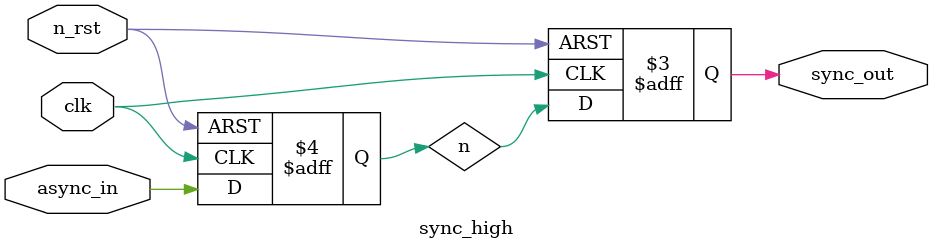
<source format=sv>
module sync_high
(
	input clk,
	input n_rst,
	input async_in,
	output reg sync_out
);

reg n;

always_ff@(posedge clk, posedge n_rst)
begin
	if(1'b1 == n_rst)begin
		n <= 0;
		sync_out <= 0;
	end
	else begin
		n <= async_in;
		sync_out <= n;
	end

end


endmodule

</source>
